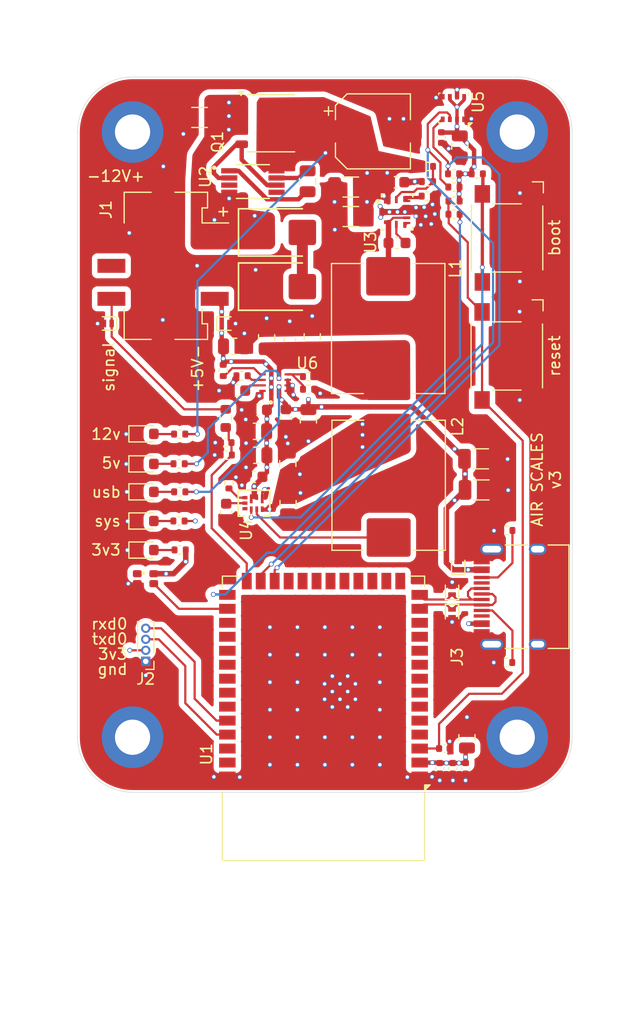
<source format=kicad_pcb>
(kicad_pcb (version 20241229) (generator "pcbnew") (generator_version "9.0")
  (title_block (title "AIR SCALE") (date "2025-11-23") (rev "V3"))
  (layers (0 "F.Cu" signal) (4 "In1.Cu" signal) (6 "In2.Cu" signal) (2 "B.Cu" signal) (13 "F.Paste" user) (15 "B.Paste" user) (5 "F.SilkS" user "F.Silkscreen") (7 "B.SilkS" user "B.Silkscreen") (1 "F.Mask" user) (3 "B.Mask" user) (25 "Edge.Cuts" user))
  (net 0 "")
  (net 1 "GND")
  (net 2 "+12V")
  (net 3 "+5V")
  (net 4 "/PX3_Signal")
  (net 5 "+3.3V")
  (net 6 "/TXD0")
  (net 7 "/RXD0")
  (net 9 "/D+")
  (net 14 "/BOOT")
  (net 16 "/D-")
  (net 22 "/PX3_PRESS")
  (net 25 "/EN")
  (net 28 "/LED")
  (net 34 "/SDA")
  (net 38 "/SCL")
  (net 40 "Net-(J3-CC2)")
  (net 43 "Net-(J3-CC1)")
  (net 44 "Net-(U2-VCAPH)")
  (net 45 "Net-(U2-VCAPL)")
  (net 46 "+12VA")
  (net 47 "Net-(U3-FB)")
  (net 48 "Net-(U3-BOOT)")
  (net 49 "Net-(U4-SS{slash}TR)")
  (net 50 "Net-(D2_1-Pad2)")
  (net 51 "Net-(D4-A)")
  (net 52 "Net-(D5-A)")
  (net 53 "Net-(D7-A)")
  (net 55 "Net-(U4-SW)")
  (net 56 "/GATE")
  (net 57 "/PG")
  (net 58 "Net-(U3-EN)")
  (net 59 "Net-(U4-MODE{slash}S-CONF)")
  (net 60 "Net-(U3-RT)")
  (net 66 "+5VBus")
  (net 67 "+5VMUX")
  (net 68 "Net-(U6-SS)")
  (net 69 "Net-(D1-A)")
  (net 70 "Net-(D6-A)")
  (net 71 "Net-(U6-ILIM)")
  (net 72 "Net-(U6-PR1)")
  (net 73 "Net-(U6-ST)")
  (footprint "Resistor_SMD:R_0402_1005Metric" (layer "F.Cu") (at 63.77 86.880216 90)
    (property "Reference" "R19" (hide yes))
    (property "Value" "61.9K")
  )
  (footprint "Capacitor_SMD:C_0603_1608Metric" (layer "F.Cu") (at 63.52 89.555216 -90)
    (property "Reference" "C17" (hide yes))
    (property "Value" "18nF")
  )
  (footprint "Capacitor_SMD:C_0805_2012Metric" (layer "F.Cu") (at 66.275 84.375 180)
    (property "Reference" "C15" (hide yes))
    (property "Value" "10uF")
  )
  (footprint "Resistor_SMD:R_0402_1005Metric" (layer "F.Cu") (at 63.25 76.665 90)
    (property "Reference" "R22" (hide yes))
    (property "Value" "10K")
  )
  (footprint "LED_SMD:LED_0603_1608Metric" (layer "F.Cu") (at 56.15125 90.35)
    (property "Reference" "D6" (hide yes))
    (property "Value" "LED_Small")
  )
  (footprint "Inductor_SMD:L_Chilisin_BMRF00101040" (layer "F.Cu") (at 78.3 87.1 90)
    (property "Reference" "L2")
    (property "Value" "2.2uH")
  )
  (footprint "MountingHole:MountingHole_3.2mm_M3_DIN965_Pad_TopBottom" (layer "F.Cu") (at 90 110)
    (property "Reference" "H3" (hide yes))
    (property "Value" "MountingHole_Pad")
  )
  (footprint "TPS2121RUXR:IC_TPS2121RUXR" (layer "F.Cu") (at 67.975 77.775 90)
    (property "Reference" "U6")
    (property "Value" "TPS2121RUXR")
  )
  (footprint "Capacitor_SMD:C_0402_1005Metric" (layer "F.Cu") (at 85.3 112.825 -90)
    (property "Reference" "C1" (hide yes))
    (property "Value" "100nF")
  )
  (footprint "Capacitor_SMD:C_0402_1005Metric" (layer "F.Cu") (at 83.37 111.025)
    (property "Reference" "C2" (hide yes))
    (property "Value" "1uF")
  )
  (footprint "Diode_SMD:D_SOD-882" (layer "F.Cu") (at 84.07 96.68 90)
    (property "Reference" "D10" (hide yes))
    (property "Value" "D_TVS_Small")
  )
  (footprint "Capacitor_SMD:C_1206_3216Metric" (layer "F.Cu") (at 74.855 60 180)
    (property "Reference" "C11" (hide yes))
    (property "Value" "4.7uF")
  )
  (footprint "Capacitor_SMD:C_0402_1005Metric" (layer "F.Cu") (at 83.1 55.505 -90)
    (property "Reference" "C23" (hide yes))
    (property "Value" "100nF")
  )
  (footprint "Button_Switch_SMD:SW_SPST_Omron_B3FS-100xP" (layer "F.Cu") (at 89.05 75.35 -90)
    (property "Reference" "SW1" (hide yes))
    (property "Value" "SW_Push")
  )
  (footprint "Button_Switch_SMD:SW_SPST_Omron_B3FS-100xP" (layer "F.Cu") (at 89.075 64.625 -90)
    (property "Reference" "SW2" (hide yes))
    (property "Value" "SW_Push")
  )
  (footprint "PCM_JLCPCB:D_SMB" (layer "F.Cu") (at 68.3 69.05)
    (property "Reference" "D2_2" (hide yes))
    (property "Value" "SMBJ14A")
  )
  (footprint "Capacitor_SMD:C_1206_3216Metric" (layer "F.Cu") (at 86.725 87.525)
    (property "Reference" "C10" (hide yes))
    (property "Value" "22uF")
  )
  (footprint "Inductor_SMD:L_Chilisin_BMRF00101040" (layer "F.Cu") (at 78.26 72.86 -90)
    (property "Reference" "L1")
    (property "Value" "10uH")
  )
  (footprint "RF_Module:ESP32-S3-WROOM-1" (layer "F.Cu") (at 72.375 108.31 180)
    (property "Reference" "U1")
    (property "Value" "ESP32-S3-WROOM-1")
  )
  (footprint "Connector_Molex:Molex_Micro-Fit_3.0_43045-0618_2x03-1MP_P3.00mm_Vertical" (layer "F.Cu") (at 57.775 67.16 -90)
    (property "Reference" "J1")
    (property "Value" "Conn_02x03_Odd_Even")
  )
  (footprint "Capacitor_SMD:C_0805_2012Metric" (layer "F.Cu") (at 69.125 85.125 90)
    (property "Reference" "C8" (hide yes))
    (property "Value" "22uF")
  )
  (footprint "Capacitor_SMD:CP_Elec_6.3x5.7" (layer "F.Cu") (at 76.87 54.94)
    (property "Reference" "C13" (hide yes))
    (property "Value" "47uF")
  )
  (footprint "Capacitor_SMD:C_0805_2012Metric" (layer "F.Cu") (at 69.15 88.75 -90)
    (property "Reference" "C18" (hide yes))
    (property "Value" "22uF")
  )
  (footprint "Resistor_SMD:R_0402_1005Metric" (layer "F.Cu") (at 84.25 62.475)
    (property "Reference" "R7" (hide yes))
    (property "Value" "10K")
  )
  (footprint "Connector_PinHeader_1.00mm:PinHeader_1x04_P1.00mm_Vertical" (layer "F.Cu") (at 56.2 103.1 180)
    (property "Reference" "J2")
    (property "Value" "Conn_01x04")
  )
  (footprint "Resistor_SMD:R_0402_1005Metric" (layer "F.Cu") (at 59.2975 87.7 180)
    (property "Reference" "R11" (hide yes))
    (property "Value" "1K")
  )
  (footprint "Resistor_SMD:R_0402_1005Metric" (layer "F.Cu") (at 59.23625 85.15 180)
    (property "Reference" "R2" (hide yes))
    (property "Value" "1K")
  )
  (footprint "LED_SMD:LED_0603_1608Metric" (layer "F.Cu") (at 56.15125 85.16)
    (property "Reference" "D4" (hide yes))
    (property "Value" "LED_Small")
  )
  (footprint "Capacitor_SMD:C_1206_3216Metric" (layer "F.Cu") (at 61.1 53.675 180)
    (property "Reference" "C19" (hide yes))
    (property "Value" "22uF")
  )
  (footprint "PCM_JLCPCB:LED-SMD_4P-L1.6-W1.5_XL-1615RGBC-WS2812B" (layer "F.Cu") (at 56.17875 95.59)
    (property "Reference" "D9" (hide yes))
    (property "Value" "WS2812B")
  )
  (footprint "Capacitor_SMD:C_0603_1608Metric" (layer "F.Cu") (at 69.3 73.85 90)
    (property "Reference" "C26" (hide yes))
    (property "Value" "100nF")
  )
  (footprint "Resistor_SMD:R_0402_1005Metric" (layer "F.Cu") (at 64.965 77.15 180)
    (property "Reference" "R10" (hide yes))
    (property "Value" "86.6kΩ")
  )
  (footprint "Resistor_SMD:R_0402_1005Metric" (layer "F.Cu") (at 63.525 84.35)
    (property "Reference" "R9" (hide yes))
    (property "Value" "2K")
  )
  (footprint "Capacitor_SMD:C_0805_2012Metric" (layer "F.Cu") (at 66.25 82.2 180)
    (property "Reference" "C30" (hide yes))
    (property "Value" "22uF")
  )
  (footprint "Capacitor_SMD:C_0805_2012Metric" (layer "F.Cu") (at 85.425 110.025 90)
    (property "Reference" "C3" (hide yes))
    (property "Value" "10uF")
  )
  (footprint "Resistor_SMD:R_0402_1005Metric" (layer "F.Cu") (at 59.33125 92.98 180)
    (property "Reference" "R20" (hide yes))
    (property "Value" "220")
  )
  (footprint "Capacitor_SMD:C_0402_1005Metric" (layer "F.Cu") (at 82.95 112.825 -90)
    (property "Reference" "C20" (hide yes))
    (property "Value" "10nF")
  )
  (footprint "Resistor_SMD:R_0402_1005Metric" (layer "F.Cu") (at 89.035 103.21 180)
    (property "Reference" "R4" (hide yes))
    (property "Value" "5.1K")
  )
  (footprint "Capacitor_SMD:C_0603_1608Metric" (layer "F.Cu") (at 78.95 59.56)
    (property "Reference" "C12" (hide yes))
    (property "Value" "100nF")
  )
  (footprint "Capacitor_SMD:C_0805_2012Metric" (layer "F.Cu") (at 71 81.175 -90)
    (property "Reference" "C27" (hide yes))
    (property "Value" "10uF")
  )
  (footprint "Resistor_SMD:R_0402_1005Metric" (layer "F.Cu") (at 71.015 77.225)
    (property "Reference" "R12" (hide yes))
    (property "Value" "10K")
  )
  (footprint "Capacitor_SMD:C_0603_1608Metric" (layer "F.Cu") (at 66.45 80.25 180)
    (property "Reference" "C32" (hide yes))
    (property "Value" "100nF")
  )
  (footprint "Resistor_SMD:R_0402_1005Metric" (layer "F.Cu") (at 84.21 58.8 180)
    (property "Reference" "R6" (hide yes))
    (property "Value" "1k")
  )
  (footprint "Capacitor_SMD:C_0805_2012Metric" (layer "F.Cu") (at 70.925 59.475 -90)
    (property "Reference" "C6" (hide yes))
    (property "Value" "2.2uF")
  )
  (footprint "Resistor_SMD:R_0402_1005Metric" (layer "F.Cu") (at 84.25 61.275 180)
    (property "Reference" "R18" (hide yes))
    (property "Value" "100K")
  )
  (footprint "Capacitor_SMD:C_0805_2012Metric" (layer "F.Cu") (at 84.775 56.3 -90)
    (property "Reference" "C24" (hide yes))
    (property "Value" "10u")
  )
  (footprint "Capacitor_SMD:C_1206_3216Metric" (layer "F.Cu") (at 86.675 84.7)
    (property "Reference" "C22" (hide yes))
    (property "Value" "22uF")
  )
  (footprint "Resistor_SMD:R_0402_1005Metric" (layer "F.Cu") (at 71.015 78.375 180)
    (property "Reference" "R13" (hide yes))
    (property "Value" "4,7K")
  )
  (footprint "LM74610QDGKTQ1:SOP65P490X110-8N" (layer "F.Cu") (at 65.95 59.5)
    (property "Reference" "U2")
    (property "Value" "LM74610QDGKTQ1")
  )
  (footprint "Capacitor_SMD:C_1206_3216Metric" (layer "F.Cu") (at 74.86 62.68 180)
    (property "Reference" "C9" (hide yes))
    (property "Value" "22uF")
  )
  (footprint "MountingHole:MountingHole_3.2mm_M3_DIN965_Pad_TopBottom" (layer "F.Cu") (at 90 55)
    (property "Reference" "H2" (hide yes))
    (property "Value" "MountingHole_Pad")
  )
  (footprint "Resistor_SMD:R_0402_1005Metric" (layer "F.Cu") (at 81.83 58.125)
    (property "Reference" "R15" (hide yes))
    (property "Value" "100K")
  )
  (footprint "Capacitor_SMD:C_0603_1608Metric" (layer "F.Cu") (at 79.06 65.08 180)
    (property "Reference" "C16" (hide yes))
    (property "Value" "100nF")
  )
  (footprint "Diode_SMD:D_SOD-882" (layer "F.Cu") (at 84.63 94.42 90)
    (property "Reference" "D11" (hide yes))
    (property "Value" "D_TVS_Small")
  )
  (footprint "Resistor_SMD:R_0402_1005Metric" (layer "F.Cu") (at 89.055 91.21 180)
    (property "Reference" "R3" (hide yes))
    (property "Value" "5.1K")
  )
  (footprint "Capacitor_SMD:C_0805_2012Metric" (layer "F.Cu") (at 64.225 74.475)
    (property "Reference" "C31" (hide yes))
    (property "Value" "22uF")
  )
  (footprint "Capacitor_SMD:C_0603_1608Metric" (layer "F.Cu") (at 64.475 78.5 180)
    (property "Reference" "C29" (hide yes))
    (property "Value" "100nF")
  )
  (footprint "Resistor_SMD:R_0402_1005Metric" (layer "F.Cu") (at 59.28625 82.45 180)
    (property "Reference" "R5" (hide yes))
    (property "Value" "4.7K")
  )
  (footprint "TPS62901:QFN_902RPJR_TEX" (layer "F.Cu") (at 66.049874 88.728908 -90)
    (property "Reference" "U4")
    (property "Value" "TPS62901RPJR")
  )
  (footprint "Package_TO_SOT_SMD:LFPAK56" (layer "F.Cu") (at 67.6 54.2)
    (property "Reference" "Q1")
    (property "Value" "PSMN5R2-60YL")
  )
  (footprint "Diode_SMD:D_SOD-882" (layer "F.Cu") (at 84.07 98.74 -90)
    (property "Reference" "D3" (hide yes))
    (property "Value" "D_TVS_Small")
  )
  (footprint "Capacitor_SMD:C_0805_2012Metric" (layer "F.Cu") (at 67.2 73.675 90)
    (property "Reference" "C25" (hide yes))
    (property "Value" "10uF")
  )
  (footprint "LED_SMD:LED_0603_1608Metric" (layer "F.Cu") (at 56.15125 82.43)
    (property "Reference" "D5" (hide yes))
    (property "Value" "LED_Small")
  )
  (footprint "Capacitor_SMD:C_0603_1608Metric" (layer "F.Cu") (at 68.95 80.975 -90)
    (property "Reference" "C28" (hide yes))
    (property "Value" "100nF")
  )
  (footprint "Capacitor_SMD:C_0402_1005Metric" (layer "F.Cu") (at 84.125 112.825 -90)
    (property "Reference" "C21" (hide yes))
    (property "Value" "100nF")
  )
  (footprint "MountingHole:MountingHole_3.2mm_M3_DIN965_Pad_TopBottom" (layer "F.Cu") (at 55 110)
    (property "Reference" "H4" (hide yes))
    (property "Value" "MountingHole_Pad")
  )
  (footprint "Diode_SMD:D_SOD-882" (layer "F.Cu") (at 52.75 72.4 180)
    (property "Reference" "D8" (hide yes))
    (property "Value" "D_TVS_Small")
  )
  (footprint "Capacitor_SMD:C_0402_1005Metric" (layer "F.Cu") (at 63.52 83.225 180)
    (property "Reference" "C5" (hide yes))
    (property "Value" "100nF")
  )
  (footprint "Capacitor_SMD:C_0603_1608Metric" (layer "F.Cu") (at 66.045 86.335216 180)
    (property "Reference" "C14" (hide yes))
    (property "Value" "100nF")
  )
  (footprint "Diode_SMD:D_SOD-882" (layer "F.Cu") (at 63.46 72.41)
    (property "Reference" "D2" (hide yes))
    (property "Value" "D_TVS_Small")
  )
  (footprint "Package_LGA:Bosch_LGA-8_2.5x2.5mm_P0.65mm_ClockwisePinNumbering" (layer "F.Cu") (at 84.195 52.82 180)
    (property "Reference" "U5")
    (property "Value" "BME280")
  )
  (footprint "Resistor_SMD:R_0402_1005Metric" (layer "F.Cu") (at 86.365 58.8)
    (property "Reference" "R1" (hide yes))
    (property "Value" "100K")
  )
  (footprint "Resistor_SMD:R_0402_1005Metric" (layer "F.Cu") (at 81.83 59.505 180)
    (property "Reference" "R16" (hide yes))
    (property "Value" "16K")
  )
  (footprint "Resistor_SMD:R_0402_1005Metric" (layer "F.Cu") (at 84.24 60 180)
    (property "Reference" "R17" (hide yes))
    (property "Value" "1k")
  )
  (footprint "PCM_JLCPCB:D_SMB" (layer "F.Cu") (at 68.3 64.125)
    (property "Reference" "D2_1" (hide yes))
    (property "Value" "SMBJ28A")
  )
  (footprint "Resistor_SMD:R_0402_1005Metric" (layer "F.Cu") (at 81.815 60.825)
    (property "Reference" "R14" (hide yes))
    (property "Value" "86.6kΩ")
  )
  (footprint "LED_SMD:LED_0603_1608Metric" (layer "F.Cu") (at 56.15125 87.7)
    (property "Reference" "D1" (hide yes))
    (property "Value" "LED_Small")
  )
  (footprint "Connector_USB:USB_C_Receptacle_HRO_TYPE-C-31-M-12" (layer "F.Cu") (at 90.81 97.23 90)
    (property "Reference" "J3")
    (property "Value" "USB_C_Receptacle_USB2.0_16P")
  )
  (footprint "Resistor_SMD:R_0402_1005Metric" (layer "F.Cu") (at 59.225 90.35 180)
    (property "Reference" "R21" (hide yes))
    (property "Value" "1K")
  )
  (footprint "LMR60420:RAK0009A-MFG" (layer "F.Cu") (at 79.075001 62.264999)
    (property "Reference" "U3")
    (property "Value" "LMR604205SRAKRQ1")
  )
  (footprint "Resistor_SMD:R_0603_1608Metric" (layer "F.Cu") (at 63.475 81.025 90)
    (property "Reference" "R8" (hide yes))
    (property "Value" "1K")
  )
  (footprint "MountingHole:MountingHole_3.2mm_M3_DIN965_Pad_TopBottom" (layer "F.Cu") (at 55 55)
    (property "Reference" "H1" (hide yes))
    (property "Value" "MountingHole_Pad")
  )
  (footprint "LED_SMD:LED_0603_1608Metric" (layer "F.Cu") (at 56.15125 92.99)
    (property "Reference" "D7" (hide yes))
    (property "Value" "LED_Small")
  )
  (footprint "Capacitor_SMD:C_0805_2012Metric" (layer "F.Cu") (at 71.35 73.6 90)
    (property "Reference" "C7" (hide yes))
    (property "Value" "22uF")
  )
  (gr_arc (start 90 50) (mid 93.535534 51.464466) (end 95 55) (stroke (width 0.05)) (layer "Edge.Cuts"))
  (gr_arc (start 95 110) (mid 93.535534 113.535534) (end 90 115) (stroke (width 0.05)) (layer "Edge.Cuts"))
  (gr_line (start 95 55) (end 95 110) (stroke (width 0.05)) (layer "Edge.Cuts"))
  (gr_line (start 90 115) (end 55 115) (stroke (width 0.05)) (layer "Edge.Cuts"))
  (gr_arc (start 55 115) (mid 51.464466 113.535534) (end 50 110) (stroke (width 0.05)) (layer "Edge.Cuts"))
  (gr_line (start 55 50) (end 90 50) (stroke (width 0.05)) (layer "Edge.Cuts"))
  (gr_line (start 50 110) (end 50 55) (stroke (width 0.05)) (layer "Edge.Cuts"))
  (gr_arc (start 50 55) (mid 51.464466 51.464466) (end 55 50) (stroke (width 0.05)) (layer "Edge.Cuts"))
  (gr_text "reset" (at 93.98 75.35 90) (layer "F.SilkS") (effects (font (size 1 1)) (justify bottom)))
  (gr_text "v3" (at 94.05 86.6 90) (layer "F.SilkS") (effects (font (size 1 1)) (justify bottom)))
  (gr_text "sys" (at 51.438095 90.93125 0) (layer "F.SilkS") (effects (font (size 1 1)) (justify left bottom)))
  (gr_text "rxd0" (at 51.150952 100.283333 0) (layer "F.SilkS") (effects (font (size 1 1)) (justify left bottom)))
  (gr_text "-12V+" (at 50.76 59.59 0) (layer "F.SilkS") (effects (font (size 1 1)) (justify left bottom)))
  (gr_text "txd0" (at 51.198571 101.656666 0) (layer "F.SilkS") (effects (font (size 1 1)) (justify left bottom)))
  (gr_text "3v3" (at 51.77 103.03 0) (layer "F.SilkS") (effects (font (size 1 1)) (justify left bottom)))
  (gr_text "boot" (at 93.98 64.625 90) (layer "F.SilkS") (effects (font (size 1 1)) (justify bottom)))
  (gr_text "gnd" (at 51.722381 104.403333 0) (layer "F.SilkS") (effects (font (size 1 1)) (justify left bottom)))
  (gr_text "+5V-" (at 61.5 78.725 90) (layer "F.SilkS") (effects (font (size 1 1)) (justify left bottom)))
  (gr_text "5v" (at 52.104762 85.66875 0) (layer "F.SilkS") (effects (font (size 1 1)) (justify left bottom)))
  (gr_text "12v" (at 51.152381 83.0375 0) (layer "F.SilkS") (effects (font (size 1 1)) (justify left bottom)))
  (gr_text "AIR SCALES" (at 92.4 86.575 90) (layer "F.SilkS") (effects (font (size 1 1)) (justify bottom)))
  (gr_text "+" (at 62.535 62.75 0) (layer "F.SilkS") (effects (font (size 1 1)) (justify left bottom)))
  (gr_text "3v3" (at 51.152381 93.5625 0) (layer "F.SilkS") (effects (font (size 1 1)) (justify left bottom)))
  (gr_text "signal" (at 53.43 78.7 90) (layer "F.SilkS") (effects (font (size 1 1)) (justify left bottom)))
  (gr_text "usb" (at 51.2 88.3 0) (layer "F.SilkS") (effects (font (size 1 1)) (justify left bottom)))
  (segment (start 69.125 77.525) (end 69.125 78.025) (width 0.3) (layer "F.Cu") (net 1))
  (segment (start 90.65 108.85) (end 89.55 109.95) (width 0.3) (layer "F.Cu") (net 1))
  (segment (start 68.95 72.725) (end 69.3 73.075) (width 0.4) (layer "F.Cu") (net 1))
  (segment (start 71.35 72.65) (end 69.725 72.65) (width 0.4) (layer "F.Cu") (net 1))
  (segment (start 79.5054 61.86) (end 79.100401 62.264999) (width 0.2) (layer "F.Cu") (net 1))
  (segment (start 81.32 59.505) (end 80.68 59.505) (width 0.5) (layer "F.Cu") (net 1))
  (segment (start 64.405 86.370216) (end 63.77 86.370216) (width 0.4) (layer "F.Cu") (net 1))
  (segment (start 65.45 74.475) (end 67.2 72.725) (width 0.4) (layer "F.Cu") (net 1))
  (segment (start 86.7775 94.03) (end 86.7775 93.58) (width 0.5) (layer "F.Cu") (net 1))
  (segment (start 65.3 81.125) (end 65.3 80.625) (width 0.3) (layer "F.Cu") (net 1))
  (segment (start 78.375 62.264999) (end 78.060001 62.264999) (width 0.2) (layer "F.Cu") (net 1))
  (segment (start 63.81 72.41) (end 63.81 73.11) (width 0.4) (layer "F.Cu") (net 1))
  (segment (start 66.8 88.335216) (end 66.8 87.7) (width 0.2) (layer "F.Cu") (net 1))
  (segment (start 64.455 77.47) (end 64.455 77.15) (width 0.2) (layer "F.Cu") (net 1))
  (segment (start 65.27 86.78) (end 64.95 87.1) (width 0.4) (layer "F.Cu") (net 1))
  (segment (start 63.7 78.5) (end 62.875 78.5) (width 0.3) (layer "F.Cu") (net 1))
  (segment (start 65.3 82.2) (end 65.3 81.125) (width 0.3) (layer "F.Cu") (net 1))
  (segment (start 80.79 61.86) (end 79.5054 61.86) (width 0.2) (layer "F.Cu") (net 1))
  (segment (start 79.950001 61.739999) (end 79.625401 61.739999) (width 0.2) (layer "F.Cu") (net 1))
  (segment (start 78.039999 62.264999) (end 77.525 61.75) (width 0.2) (layer "F.Cu") (net 1))
  (segment (start 69.275 78.525) (end 69.625 78.875) (width 0.3) (layer "F.Cu") (net 1))
  (segment (start 83.85 111.025) (end 83.85 110.375) (width 0.3) (layer "F.Cu") (net 1))
  (segment (start 69.725 72.65) (end 69.3 73.075) (width 0.4) (layer "F.Cu") (net 1))
  (segment (start 79.625401 61.739999) (end 79.100401 62.264999) (width 0.2) (layer "F.Cu") (net 1))
  (segment (start 84.075 99.53) (end 84.075 99.09) (width 0.2) (layer "F.Cu") (net 1))
  (segment (start 69.125 84.175) (end 69.125 83.3) (width 0.4) (layer "F.Cu") (net 1))
  (segment (start 63.81 73.11) (end 65.175 74.475) (width 0.4) (layer "F.Cu") (net 1))
  (segment (start 54.61 96.04) (end 55.42875 96.04) (width 0.2) (layer "F.Cu") (net 1))
  (segment (start 82.29 61.58) (end 82.325 61.545) (width 0.5) (layer "F.Cu") (net 1))
  (segment (start 91.655 101.5625) (end 91.6575 101.56) (width 0.3) (layer "F.Cu") (net 1))
  (segment (start 71.7 78.375) (end 72.075 78.75) (width 0.4) (layer "F.Cu") (net 1))
  (segment (start 69.125 78.025) (end 69.55 78.025) (width 0.3) (layer "F.Cu") (net 1))
  (segment (start 86.7775 93.58) (end 87.4575 92.9) (width 0.5) (layer "F.Cu") (net 1))
  (segment (start 69.125 78.025) (end 69.125 78.525) (width 0.3) (layer "F.Cu") (net 1))
  (segment (start 64.1625 77.7625) (end 64.455 77.47) (width 0.2) (layer "F.Cu") (net 1))
  (segment (start 87.865 103.21) (end 88.525 103.21) (width 0.2) (layer "F.Cu") (net 1))
  (segment (start 71 82.125) (end 71 83.1) (width 0.4) (layer "F.Cu") (net 1))
  (segment (start 79.775002 62.264999) (end 80.864999 62.264999) (width 0.5) (layer "F.Cu") (net 1))
  (segment (start 71.525 78.375) (end 71.7 78.375) (width 0.4) (layer "F.Cu") (net 1))
  (segment (start 84.52 51.155) (end 84.525 51.15) (width 0.4) (layer "F.Cu") (net 1))
  (segment (start 56.2 103.1) (end 56.2 104.375) (width 0.2) (layer "F.Cu") (net 1))
  (segment (start 66.8 87.7) (end 67.025 87.475) (width 0.2) (layer "F.Cu") (net 1))
  (segment (start 86.7775 100.43) (end 86.7775 100.88) (width 0.5) (layer "F.Cu") (net 1))
  (segment (start 65.27 86.335216) (end 65.27 86.78) (width 0.4) (layer "F.Cu") (net 1))
  (segment (start 68.95 81.75) (end 68.95 82.7) (width 0.4) (layer "F.Cu") (net 1))
  (segment (start 67.2 72.725) (end 67.2 71.925) (width 0.4) (layer "F.Cu") (net 1))
  (segment (start 65.175 74.475) (end 65.45 74.475) (width 0.4) (layer "F.Cu") (net 1))
  (segment (start 80.669999 61.739999) (end 80.79 61.86) (width 0.2) (layer "F.Cu") (net 1))
  (segment (start 69.125 78.525) (end 69.275 78.525) (width 0.3) (layer "F.Cu") (net 1))
  (segment (start 79.950001 61.739999) (end 80.669999 61.739999) (width 0.2) (layer "F.Cu") (net 1))
  (segment (start 79.725 59.56) (end 80.615 59.56) (width 0.5) (layer "F.Cu") (net 1))
  (segment (start 66.5375 78.9875) (end 66.825 78.7) (width 0.2) (layer "F.Cu") (net 1))
  (segment (start 85.815 53.79) (end 85.825 53.8) (width 0.3) (layer "F.Cu") (net 1))
  (segment (start 84.52 51.85) (end 84.52 51.155) (width 0.4) (layer "F.Cu") (net 1))
  (segment (start 78.060001 62.264999) (end 77.575 62.75) (width 0.2) (layer "F.Cu") (net 1))
  (segment (start 80.615 59.56) (end 80.675 59.5) (width 0.5) (layer "F.Cu") (net 1))
  (segment (start 65.3 80.625) (end 65.675 80.25) (width 0.3) (layer "F.Cu") (net 1))
  (segment (start 69.3 73.075) (end 69.3 72.2) (width 0.4) (layer "F.Cu") (net 1))
  (segment (start 65.175 74.475) (end 65.175 73.3) (width 0.4) (layer "F.Cu") (net 1))
  (segment (start 80.864999 62.264999) (end 80.87 62.27) (width 0.5) (layer "F.Cu") (net 1))
  (segment (start 86.7775 100.88) (end 87.4575 101.56) (width 0.5) (layer "F.Cu") (net 1))
  (segment (start 66.825 78.7) (end 66.825 78.525) (width 0.2) (layer "F.Cu") (net 1))
  (segment (start 80.68 59.505) (end 80.675 59.5) (width 0.5) (layer "F.Cu") (net 1))
  (segment (start 71.35 72.65) (end 71.35 71.725) (width 0.4) (layer "F.Cu") (net 1))
  (segment (start 67.2 72.725) (end 68.95 72.725) (width 0.4) (layer "F.Cu") (net 1))
  (segment (start 82.325 61.545) (end 82.325 60.825) (width 0.5) (layer "F.Cu") (net 1))
  (segment (start 64.37 72.41) (end 63.81 72.41) (width 0.4) (layer "F.Cu") (net 1))
  (segment (start 78.375 62.264999) (end 78.039999 62.264999) (width 0.2) (layer "F.Cu") (net 1))
  (segment (start 85.17 53.79) (end 85.815 53.79) (width 0.3) (layer "F.Cu") (net 1))
  (segment (start 65.675 80.25) (end 64.925 80.25) (width 0.3) (layer "F.Cu") (net 1))
  (segment (start 59.625 53.675) (end 59.625 55.175) (width 0.5) (layer "F.Cu") (net 1))
  (via (at 64.1625 77.7625) (size 0.45) (drill 0.3) (layers "F.Cu" "B.Cu") (net 1))
  (via (at 90.23 79.36) (size 0.45) (drill 0.3) (layers "F.Cu" "B.Cu") (net 1))
  (via (at 77.5 100) (size 0.45) (drill 0.3) (layers "F.Cu" "B.Cu") (net 1))
  (via (at 75 102.5) (size 0.45) (drill 0.3) (layers "F.Cu" "B.Cu") (net 1))
  (via (at 77.5 102.5) (size 0.45) (drill 0.3) (layers "F.Cu" "B.Cu") (net 1))
  (via (at 80.79 62.65) (size 0.45) (drill 0.3) (layers "F.Cu" "B.Cu") (net 1))
  (via (at 67.5 110) (size 0.45) (drill 0.3) (layers "F.Cu" "B.Cu") (net 1))
  (via (at 71 83.1) (size 0.45) (drill 0.3) (layers "F.Cu" "B.Cu") (net 1))
  (via (at 67.5 105) (size 0.45) (drill 0.3) (layers "F.Cu" "B.Cu") (net 1))
  (via (at 65.3 81.125) (size 0.45) (drill 0.3) (layers "F.Cu" "B.Cu") (net 1))
  (via (at 54.61 96.04) (size 0.45) (drill 0.3) (layers "F.Cu" "B.Cu") (net 1))
  (via (at 89.125 84.725) (size 0.45) (drill 0.3) (layers "F.Cu" "B.Cu") (net 1))
  (via (at 70 107.5) (size 0.45) (drill 0.3) (layers "F.Cu" "B.Cu") (net 1))
  (via (at 79.65 53.8) (size 0.45) (drill 0.3) (layers "F.Cu" "B.Cu") (net 1))
  (via (at 69.625 78.875) (size 0.45) (drill 0.3) (layers "F.Cu" "B.Cu") (net 1))
  (via (at 72.5 110) (size 0.45) (drill 0.3) (layers "F.Cu" "B.Cu") (net 1))
  (via (at 64.405 86.370216) (size 0.45) (drill 0.3) (layers "F.Cu" "B.Cu") (net 1))
  (via (at 77.5 112.5) (size 0.45) (drill 0.3) (layers "F.Cu" "B.Cu") (net 1))
  (via (at 77.5 105) (size 0.45) (drill 0.3) (layers "F.Cu" "B.Cu") (net 1))
  (via (at 84.15 113.925) (size 0.45) (drill 0.3) (layers "F.Cu" "B.Cu") (net 1))
  (via (at 89.175 87.55) (size 0.45) (drill 0.3) (layers "F.Cu" "B.Cu") (net 1))
  (via (at 62.875 78.5) (size 0.45) (drill 0.3) (layers "F.Cu" "B.Cu") (net 1))
  (via (at 83.85 110.375) (size 0.45) (drill 0.3) (layers "F.Cu" "B.Cu") (net 1))
  (via (at 80.79 61.86) (size 0.45) (drill 0.3) (layers "F.Cu" "B.Cu") (net 1))
  (via (at 60.875 67.15) (size 0.45) (drill 0.3) (layers "F.Cu" "B.Cu") (net 1))
  (via (at 64.95 87.1) (size 0.45) (drill 0.3) (layers "F.Cu" "B.Cu") (net 1))
  (via (at 70 112.5) (size 0.45) (drill 0.3) (layers "F.Cu" "B.Cu") (net 1))
  (via (at 67.5 102.5) (size 0.45) (drill 0.3) (layers "F.Cu" "B.Cu") (net 1))
  (via (at 70 102.5) (size 0.45) (drill 0.3) (layers "F.Cu" "B.Cu") (net 1))
  (via (at 51.82 72.41) (size 0.45) (drill 0.3) (layers "F.Cu" "B.Cu") (net 1))
  (via (at 70 110) (size 0.45) (drill 0.3) (layers "F.Cu" "B.Cu") (net 1))
  (via (at 72.075 78.75) (size 0.45) (drill 0.3) (layers "F.Cu" "B.Cu") (net 1))
  (via (at 67.5 107.5) (size 0.45) (drill 0.3) (layers "F.Cu" "B.Cu") (net 1))
  (via (at 54.425 82.45) (size 0.45) (drill 0.3) (layers "F.Cu" "B.Cu") (net 1))
  (via (at 70 100) (size 0.45) (drill 0.3) (layers "F.Cu" "B.Cu") (net 1))
  (via (at 62.4 113.6) (size 0.45) (drill 0.3) (layers "F.Cu" "B.Cu") (net 1))
  (via (at 75 110) (size 0.45) (drill 0.3) (layers "F.Cu" "B.Cu") (net 1))
  (via (at 77.5 107.5) (size 0.45) (drill 0.3) (layers "F.Cu" "B.Cu") (net 1))
  (via (at 69.55 78.025) (size 0.45) (drill 0.3) (layers "F.Cu" "B.Cu") (net 1))
  (via (at 82.29 61.58) (size 0.45) (drill 0.3) (layers "F.Cu" "B.Cu") (net 1))
  (via (at 67.5 100) (size 0.45) (drill 0.3) (layers "F.Cu" "B.Cu") (net 1))
  (via (at 64.37 72.41) (size 0.45) (drill 0.3) (layers "F.Cu" "B.Cu") (net 1))
  (via (at 65.175 73.3) (size 0.45) (drill 0.3) (layers "F.Cu" "B.Cu") (net 1))
  (via (at 65.325 83.275) (size 0.45) (drill 0.3) (layers "F.Cu" "B.Cu") (net 1))
  (via (at 75 100) (size 0.45) (drill 0.3) (layers "F.Cu" "B.Cu") (net 1))
  (via (at 57.8 58.125) (size 0.45) (drill 0.3) (layers "F.Cu" "B.Cu") (net 1))
  (via (at 68.95 82.7) (size 0.45) (drill 0.3) (layers "F.Cu" "B.Cu") (net 1))
  (via (at 87.865 103.21) (size 0.45) (drill 0.3) (layers "F.Cu" "B.Cu") (net 1))
  (via (at 90.25 60.55) (size 0.45) (drill 0.3) (layers "F.Cu" "B.Cu") (net 1))
  (via (at 71.35 71.725) (size 0.45) (drill 0.3) (layers "F.Cu" "B.Cu") (net 1))
  (via (at 85.825 53.8) (size 0.45) (drill 0.3) (layers "F.Cu" "B.Cu") (net 1))
  (via (at 66.5375 78.9875) (size 0.45) (drill 0.3) (layers "F.Cu" "B.Cu") (net 1))
  (via (at 66.2 67.525) (size 0.45) (drill 0.3) (layers "F.Cu" "B.Cu") (net 1))
  (via (at 54.43 85.17) (size 0.45) (drill 0.3) (layers "F.Cu" "B.Cu") (net 1))
  (via (at 62.525 83.225) (size 0.45) (drill 0.3) (layers "F.Cu" "B.Cu") (net 1))
  (via (at 54.475 87.7) (size 0.45) (drill 0.3) (layers "F.Cu" "B.Cu") (net 1))
  (via (at 77.525 61.75) (size 0.45) (drill 0.3) (layers "F.Cu" "B.Cu") (net 1))
  (via (at 73.375 61.35) (size 0.45) (drill 0.3) (layers "F.Cu" "B.Cu") (net 1))
  (via (at 59.625 55.175) (size 0.45) (drill 0.3) (layers "F.Cu" "B.Cu") (net 1))
  (via (at 54.525 93) (size 0.45) (drill 0.3) (layers "F.Cu" "B.Cu") (net 1))
  (via (at 67.2 71.925) (size 0.45) (drill 0.3) (layers "F.Cu" "B.Cu") (net 1))
  (via (at 72.5 112.5) (size 0.45) (drill 0.3) (layers "F.Cu" "B.Cu") (net 1))
  (via (at 83.76 56.51) (size 0.45) (drill 0.3) (layers "F.Cu" "B.Cu") (net 1))
  (via (at 90.22 71.325) (size 0.45) (drill 0.3) (layers "F.Cu" "B.Cu") (net 1))
  (via (at 70 105) (size 0.45) (drill 0.3) (layers "F.Cu" "B.Cu") (net 1))
  (via (at 54.55 90.375) (size 0.45) (drill 0.3) (layers "F.Cu" "B.Cu") (net 1))
  (via (at 62.475 84.35) (size 0.45) (drill 0.3) (layers "F.Cu" "B.Cu") (net 1))
  (via (at 67.5 112.5) (size 0.45) (drill 0.3) (layers "F.Cu" "B.Cu") (net 1))
  (via (at 77.575 62.75) (size 0.45) (drill 0.3) (layers "F.Cu" "B.Cu") (net 1))
  (via (at 72.5 102.5) (size 0.45) (drill 0.3) (layers "F.Cu" "B.Cu") (net 1))
  (via (at 82.18 63.36) (size 0.45) (drill 0.3) (layers "F.Cu" "B.Cu") (net 1))
  (via (at 84.085 95.905) (size 0.45) (drill 0.3) (layers "F.Cu" "B.Cu") (net 1))
  (via (at 75 112.5) (size 0.45) (drill 0.3) (layers "F.Cu" "B.Cu") (net 1))
  (via (at 80 113.625) (size 0.45) (drill 0.3) (layers "F.Cu" "B.Cu") (net 1))
  (via (at 84.525 51.15) (size 0.45) (drill 0.3) (layers "F.Cu" "B.Cu") (net 1))
  (via (at 84.075 99.53) (size 0.45) (drill 0.3) (layers "F.Cu" "B.Cu") (net 1))
  (via (at 87.885 91.23) (size 0.45) (drill 0.3) (layers "F.Cu" "B.Cu") (net 1))
  (via (at 82.95 113.925) (size 0.45) (drill 0.3) (layers "F.Cu" "B.Cu") (net 1))
  (via (at 73.4 63.875) (size 0.45) (drill 0.3) (layers "F.Cu" "B.Cu") (net 1))
  (via (at 78.375 53.8) (size 0.45) (drill 0.3) (layers "F.Cu" "B.Cu") (net 1))
  (via (at 56.2 104.375) (size 0.45) (drill 0.3) (layers "F.Cu" "B.Cu") (net 1))
  (via (at 82.62 51.87) (size 0.45) (drill 0.3) (layers "F.Cu" "B.Cu") (net 1))
  (via (at 85.3 113.925) (size 0.45) (drill 0.3) (layers "F.Cu" "B.Cu") (net 1))
  (via (at 85.425 108.175) (size 0.45) (drill 0.3) (layers "F.Cu" "B.Cu") (net 1))
  (via (at 72.5 100) (size 0.45) (drill 0.3) (layers "F.Cu" "B.Cu") (net 1))
  (via (at 81.53 61.83) (size 0.45) (drill 0.3) (layers "F.Cu" "B.Cu") (net 1))
  (via (at 80.675 59.5) (size 0.45) (drill 0.3) (layers "F.Cu" "B.Cu") (net 1))
  (via (at 69.125 83.3) (size 0.45) (drill 0.3) (layers "F.Cu" "B.Cu") (net 1))
  (via (at 67.025 87.475) (size 0.45) (drill 0.3) (layers "F.Cu" "B.Cu") (net 1))
  (via (at 54.7 64.175) (size 0.45) (drill 0.3) (layers "F.Cu" "B.Cu") (net 1))
  (via (at 82.25 113.6) (size 0.45) (drill 0.3) (layers "F.Cu" "B.Cu") (net 1))
  (via (at 82.5 62.45) (size 0.45) (drill 0.3) (layers "F.Cu" "B.Cu") (net 1))
  (via (at 65.325 85.475) (size 0.45) (drill 0.3) (layers "F.Cu" "B.Cu") (net 1))
  (via (at 69.3 72.2) (size 0.45) (drill 0.3) (layers "F.Cu" "B.Cu") (net 1))
  (via (at 57.75 72.075) (size 0.45) (drill 0.3) (layers "F.Cu" "B.Cu") (net 1))
  (via (at 81.67 62.66) (size 0.45) (drill 0.3) (layers "F.Cu" "B.Cu") (net 1))
  (via (at 64.75 113.625) (size 0.45) (drill 0.3) (layers "F.Cu" "B.Cu") (net 1))
  (via (at 64.925 80.25) (size 0.45) (drill 0.3) (layers "F.Cu" "B.Cu") (net 1))
  (via (at 90.24 68.58) (size 0.45) (drill 0.3) (layers "F.Cu" "B.Cu") (net 1))
  (via (at 81.23 63.44) (size 0.45) (drill 0.3) (layers "F.Cu" "B.Cu") (net 1))
  (via (at 77.5 110) (size 0.45) (drill 0.3) (layers "F.Cu" "B.Cu") (net 1))
  (segment (start 66.115 64.16) (end 66.15 64.125) (width 1) (layer "F.Cu") (net 2))
  (via (at 66.11 62.61) (size 0.45) (drill 0.3) (layers "F.Cu" "B.Cu") (net 2))
  (via (at 63.77 52.32) (size 0.45) (drill 0.3) (layers "F.Cu" "B.Cu") (net 2))
  (via (at 63.76 54.79) (size 0.45) (drill 0.3) (layers "F.Cu" "B.Cu") (net 2))
  (via (at 63.79 61.04) (size 0.45) (drill 0.3) (layers "F.Cu" "B.Cu") (net 2))
  (via (at 62.45 62.99) (size 0.45) (drill 0.3) (layers "F.Cu" "B.Cu") (net 2))
  (via (at 63.77 53.55) (size 0.45) (drill 0.3) (layers "F.Cu" "B.Cu") (net 2))
  (segment (start 68.325 75.75) (end 67.2 74.625) (width 0.4) (layer "F.Cu") (net 3))
  (segment (start 68.325 77.1) (end 68.325 75.75) (width 0.4) (layer "F.Cu") (net 3))
  (segment (start 59.74625 85.15) (end 60.825 85.15) (width 0.2) (layer "F.Cu") (net 3))
  (segment (start 71.275 74.625) (end 71.35 74.55) (width 1) (layer "F.Cu") (net 3))
  (via (at 60.825 85.15) (size 0.45) (drill 0.3) (layers "F.Cu" "B.Cu") (net 3))
  (segment (start 68.025 76.7) (end 68.325 77) (width 0.2) (layer "B.Cu") (net 3))
  (segment (start 67.15 76.7) (end 68.025 76.7) (width 0.2) (layer "B.Cu") (net 3))
  (segment (start 61.85 82) (end 67.15 76.7) (width 0.2) (layer "B.Cu") (net 3))
  (segment (start 61.85 84.125) (end 61.85 82) (width 0.2) (layer "B.Cu") (net 3))
  (segment (start 68.325 77) (end 68.325 77.375) (width 0.2) (layer "B.Cu") (net 3))
  (segment (start 60.825 85.15) (end 61.85 84.125) (width 0.2) (layer "B.Cu") (net 3))
  (segment (start 53.1 72.4) (end 53.1 70.185) (width 0.2) (layer "F.Cu") (net 4))
  (segment (start 53.1 72.4) (end 53.1 73.6) (width 0.2) (layer "F.Cu") (net 4))
  (segment (start 53.1 70.185) (end 53.075 70.16) (width 0.2) (layer "F.Cu") (net 4))
  (segment (start 59.7 80.2) (end 63.475 80.2) (width 0.2) (layer "F.Cu") (net 4))
  (segment (start 53.1 73.6) (end 59.7 80.2) (width 0.2) (layer "F.Cu") (net 4))
  (segment (start 82.95 112.345) (end 83.55 112.345) (width 0.4) (layer "F.Cu") (net 5))
  (segment (start 84.775 55.35) (end 85.425 56) (width 0.4) (layer "F.Cu") (net 5))
  (segment (start 59.84125 92.98) (end 59.84125 94.0275) (width 0.5) (layer "F.Cu") (net 5))
  (segment (start 85.275 58.8) (end 84.72 58.8) (width 0.4) (layer "F.Cu") (net 5))
  (segment (start 85.855 58.8) (end 85.275 58.8) (width 0.4) (layer "F.Cu") (net 5))
  (segment (start 58.72875 95.14) (end 59.82875 94.04) (width 0.5) (layer "F.Cu") (net 5))
  (segment (start 84.71 61.225) (end 84.76 61.275) (width 0.4) (layer "F.Cu") (net 5))
  (segment (start 85.85 58.795) (end 85.855 58.8) (width 0.4) (layer "F.Cu") (net 5))
  (segment (start 85.17 51.795) (end 85.17 52.075) (width 0.3) (layer "F.Cu") (net 5))
  (segment (start 56.92875 95.14) (end 58.05375 95.14) (width 0.5) (layer "F.Cu") (net 5))
  (segment (start 85.3 111.1) (end 85.425 110.975) (width 0.4) (layer "F.Cu") (net 5))
  (segment (start 84.72 59.375) (end 84.72 59.94) (width 0.4) (layer "F.Cu") (net 5))
  (segment (start 84.71 60.625) (end 84.71 61.225) (width 0.4) (layer "F.Cu") (net 5))
  (segment (start 83.55 112.345) (end 84.125 112.345) (width 0.4) (layer "F.Cu") (net 5))
  (segment (start 86.075 56.65) (end 85.425 56) (width 0.4) (layer "F.Cu") (net 5))
  (segment (start 83.125 55.05) (end 83.1 55.025) (width 0.4) (layer "F.Cu") (net 5))
  (segment (start 82.275 112.305) (end 82.91 112.305) (width 0.4) (layer "F.Cu") (net 5))
  (segment (start 82.91 112.305) (end 82.95 112.345) (width 0.4) (layer "F.Cu") (net 5))
  (segment (start 85.3 111.8) (end 85.3 111.1) (width 0.4) (layer "F.Cu") (net 5))
  (segment (start 83.87 52.075) (end 84.52 52.725) (width 0.3) (layer "F.Cu") (net 5))
  (segment (start 84.52 53.845) (end 84.52 54.5) (width 0.3) (layer "F.Cu") (net 5))
  (segment (start 84.52 52.725) (end 84.52 53.79) (width 0.3) (layer "F.Cu") (net 5))
  (segment (start 84.72 58.8) (end 84.72 59.375) (width 0.4) (layer "F.Cu") (net 5))
  (segment (start 58.05375 95.14) (end 58.72875 95.14) (width 0.5) (layer "F.Cu") (net 5))
  (segment (start 84.52 55.095) (end 84.775 55.35) (width 0.4) (layer "F.Cu") (net 5))
  (segment (start 84.125 112.345) (end 84.7 112.345) (width 0.4) (layer "F.Cu") (net 5))
  (segment (start 84.52 54.5) (end 84.52 55.095) (width 0.4) (layer "F.Cu") (net 5))
  (segment (start 86.075 58.15) (end 85.85 58.375) (width 0.4) (layer "F.Cu") (net 5))
  (segment (start 84.775 55.35) (end 84.475 55.05) (width 0.4) (layer "F.Cu") (net 5))
  (segment (start 83.87 51.795) (end 83.87 52.075) (width 0.3) (layer "F.Cu") (net 5))
  (segment (start 67.45 89.275) (end 67.675 89.275) (width 0.4) (layer "F.Cu") (net 5))
  (segment (start 56.2 102.1) (end 54.75 102.1) (width 0.2) (layer "F.Cu") (net 5))
  (segment (start 84.475 55.05) (end 83.125 55.05) (width 0.4) (layer "F.Cu") (net 5))
  (segment (start 85.17 52.075) (end 84.52 52.725) (width 0.3) (layer "F.Cu") (net 5))
  (segment (start 59.84125 94.0275) (end 59.82875 94.04) (width 0.5) (layer "F.Cu") (net 5))
  (segment (start 84.72 59.94) (end 84.71 59.95) (width 0.4) (layer "F.Cu") (net 5))
  (segment (start 86.075 58.15) (end 86.075 56.65) (width 0.4) (layer "F.Cu") (net 5))
  (segment (start 85.85 58.375) (end 85.85 58.795) (width 0.4) (layer "F.Cu") (net 5))
  (segment (start 85.3 112.345) (end 85.3 111.8) (width 0.4) (layer "F.Cu") (net 5))
  (segment (start 81.11 112.305) (end 82.275 112.305) (width 0.4) (layer "F.Cu") (net 5))
  (segment (start 67.675 89.275) (end 69.15 87.8) (width 0.4) (layer "F.Cu") (net 5))
  (segment (start 84.7 112.345) (end 85.3 112.345) (width 0.4) (layer "F.Cu") (net 5))
  (segment (start 84.71 59.95) (end 84.71 60.625) (width 0.4) (layer "F.Cu") (net 5))
  (via (at 75.925 82.525) (size 0.45) (drill 0.3) (layers "F.Cu" "B.Cu") (net 5))
  (via (at 70.225 86.1) (size 0.45) (drill 0.3) (layers "F.Cu" "B.Cu") (net 5))
  (via (at 75.925 83.625) (size 0.45) (drill 0.3) (layers "F.Cu" "B.Cu") (net 5))
  (via (at 70.275 87.8) (size 0.45) (drill 0.3) (layers "F.Cu" "B.Cu") (net 5))
  (via (at 84.52 54.5) (size 0.45) (drill 0.3) (layers "F.Cu" "B.Cu") (net 5))
  (via (at 82.275 112.305) (size 0.45) (drill 0.3) (layers "F.Cu" "B.Cu") (net 5))
  (via (at 84.52 52.725) (size 0.45) (drill 0.3) (layers "F.Cu" "B.Cu") (net 5))
  (via (at 85.425 56) (size 0.45) (drill 0.3) (layers "F.Cu" "B.Cu") (net 5))
  (via (at 83.55 112.345) (size 0.45) (drill 0.3) (layers "F.Cu" "B.Cu") (net 5))
  (via (at 86.075 58.15) (size 0.45) (drill 0.3) (layers "F.Cu" "B.Cu") (net 5))
  (via (at 58.05375 95.14) (size 0.45) (drill 0.3) (layers "F.Cu" "B.Cu") (net 5))
  (via (at 85.275 58.8) (size 0.45) (drill 0.3) (layers "F.Cu" "B.Cu") (net 5))
  (via (at 54.75 102.1) (size 0.45) (drill 0.3) (layers "F.Cu" "B.Cu") (net 5))
  (via (at 84.71 60.625) (size 0.45) (drill 0.3) (layers "F.Cu" "B.Cu") (net 5))
  (via (at 84.72 59.375) (size 0.45) (drill 0.3) (layers "F.Cu" "B.Cu") (net 5))
  (via (at 59.82875 94.04) (size 0.45) (drill 0.3) (layers "F.Cu" "B.Cu") (net 5))
  (via (at 84.7 112.345) (size 0.45) (drill 0.3) (layers "F.Cu" "B.Cu") (net 5))
  (via (at 85.3 111.8) (size 0.45) (drill 0.3) (layers "F.Cu" "B.Cu") (net 5))
  (via (at 67.45 89.275) (size 0.45) (drill 0.3) (layers "F.Cu" "B.Cu") (net 5))
  (via (at 75.925 81.55) (size 0.45) (drill 0.3) (layers "F.Cu" "B.Cu") (net 5))
  (segment (start 63.625 109.76) (end 62.66 109.76) (width 0.2) (layer "F.Cu") (net 6))
  (segment (start 62.66 109.76) (end 59.8 106.9) (width 0.2) (layer "F.Cu") (net 6))
  (segment (start 59.8 103.525) (end 57.375 101.1) (width 0.2) (layer "F.Cu") (net 6))
  (segment (start 57.375 101.1) (end 56.2 101.1) (width 0.2) (layer "F.Cu") (net 6))
  (segment (start 59.8 106.9) (end 59.8 103.525) (width 0.2) (layer "F.Cu") (net 6))
  (segment (start 57.6 100.1) (end 60.65 103.15) (width 0.2) (layer "F.Cu") (net 7))
  (segment (start 60.65 103.15) (end 60.65 106.5) (width 0.2) (layer "F.Cu") (net 7))
  (segment (start 60.65 106.5) (end 62.64 108.49) (width 0.2) (layer "F.Cu") (net 7))
  (segment (start 62.64 108.49) (end 63.625 108.49) (width 0.2) (layer "F.Cu") (net 7))
  (segment (start 56.2 100.1) (end 57.6 100.1) (width 0.2) (layer "F.Cu") (net 7))
  (segment (start 85.5225 97.177) (end 85.8255 97.48) (width 0.2) (layer "F.Cu") (net 9))
  (segment (start 85.8255 97.48) (end 85.8355 97.49) (width 0.2) (layer "F.Cu") (net 9))
  (segment (start 86.7775 96.48) (end 85.8255 96.48) (width 0.2) (layer "F.Cu") (net 9))
  (segment (start 83.62 97.485) (end 83.625 97.48) (width 0.2) (layer "F.Cu") (net 9))
  (segment (start 84.065 97.04) (end 84.515 97.49) (width 0.2) (layer "F.Cu") (net 9))
  (segment (start 85.8255 96.48) (end 85.5225 96.783) (width 0.2) (layer "F.Cu") (net 9))
  (segment (start 81.55 97.485) (end 83.62 97.485) (width 0.2) (layer "F.Cu") (net 9))
  (segment (start 86.7675 97.49) (end 86.7775 97.48) (width 0.2) (layer "F.Cu") (net 9))
  (segment (start 84.065 97.03) (end 84.065 97.04) (width 0.2) (layer "F.Cu") (net 9))
  (segment (start 84.515 97.49) (end 85.8155 97.49) (width 0.2) (layer "F.Cu") (net 9))
  (segment (start 81.125 97.06) (end 81.55 97.485) (width 0.2) (layer "F.Cu") (net 9))
  (segment (start 85.5225 96.783) (end 85.5225 97.177) (width 0.2) (layer "F.Cu") (net 9))
  (segment (start 85.8155 97.49) (end 85.8255 97.48) (width 0.2) (layer "F.Cu") (net 9))
  (segment (start 83.625 97.48) (end 84.065 97.04) (width 0.2) (layer "F.Cu") (net 9))
  (segment (start 85.8355 97.49) (end 86.7675 97.49) (width 0.2) (layer "F.Cu") (net 9))
  (segment (start 86.825 67.3) (end 86.825 68.625) (width 0.3) (layer "F.Cu") (net 14))
  (segment (start 86.875 60.575) (end 86.825 60.625) (width 0.3) (layer "F.Cu") (net 14))
  (segment (start 63.59 97.025) (end 63.625 97.06) (width 0.2) (layer "F.Cu") (net 14))
  (segment (start 86.825 60.625) (end 86.825 67.3) (width 0.3) (layer "F.Cu") (net 14))
  (segment (start 86.875 58.8) (end 86.875 60.575) (width 0.3) (layer "F.Cu") (net 14))
  (segment (start 62.35 97.025) (end 63.59 97.025) (width 0.2) (layer "F.Cu") (net 14))
  (via (at 62.35 97.025) (size 0.45) (drill 0.3) (layers "F.Cu" "B.Cu") (net 14))
  (via (at 86.825 67.3) (size 0.45) (drill 0.3) (layers "F.Cu" "B.Cu") (net 14))
  (segment (start 62.35 97.025) (end 63.445 97.025) (width 0.2) (layer "B.Cu") (net 14))
  (segment (start 67.86 93.22) (end 86.825 74.255) (width 0.2) (layer "B.Cu") (net 14))
  (segment (start 86.825 74.255) (end 86.825 67.3) (width 0.2) (layer "B.Cu") (net 14))
  (segment (start 67.25 93.22) (end 67.86 93.22) (width 0.2) (layer "B.Cu") (net 14))
  (segment (start 63.445 97.025) (end 67.25 93.22) (width 0.2) (layer "B.Cu") (net 14))
  (segment (start 87.7295 96.98) (end 88.0225 97.273) (width 0.2) (layer "F.Cu") (net 16))
  (segment (start 86.7775 97.98) (end 86.7375 97.94) (width 0.2) (layer "F.Cu") (net 16))
  (segment (start 84.055 98.43) (end 83.565 97.94) (width 0.2) (layer "F.Cu") (net 16))
  (segment (start 88.0225 97.273) (end 88.0225 97.687) (width 0.2) (layer "F.Cu") (net 16))
  (segment (start 84.065 98.43) (end 84.055 98.43) (width 0.2) (layer "F.Cu") (net 16))
  (segment (start 87.7295 97.98) (end 86.7775 97.98) (width 0.2) (layer "F.Cu") (net 16))
  (segment (start 81.52 97.935) (end 81.125 98.33) (width 0.2) (layer "F.Cu") (net 16))
  (segment (start 84.555 97.94) (end 84.065 98.43) (width 0.2) (layer "F.Cu") (net 16))
  (segment (start 86.7775 96.98) (end 87.7295 96.98) (width 0.2) (layer "F.Cu") (net 16))
  (segment (start 83.565 97.94) (end 83.56 97.935) (width 0.2) (layer "F.Cu") (net 16))
  (segment (start 86.7375 97.94) (end 84.555 97.94) (width 0.2) (layer "F.Cu") (net 16))
  (segment (start 88.0225 97.687) (end 87.7295 97.98) (width 0.2) (layer "F.Cu") (net 16))
  (segment (start 83.56 97.935) (end 81.52 97.935) (width 0.2) (layer "F.Cu") (net 16))
  (segment (start 62.2 86.185) (end 64.035 84.35) (width 0.2) (layer "F.Cu") (net 22))
  (segment (start 64 84.315) (end 64.035 84.35) (width 0.2) (layer "F.Cu") (net 22))
  (segment (start 63.75 82.125) (end 63.75 82.975) (width 0.2) (layer "F.Cu") (net 22))
  (segment (start 63.475 81.85) (end 63.75 82.125) (width 0.2) (layer "F.Cu") (net 22))
  (segment (start 65.39 95.81) (end 65.39 94.19) (width 0.2) (layer "F.Cu") (net 22))
  (segment (start 63.75 82.975) (end 64 83.225) (width 0.2) (layer "F.Cu") (net 22))
  (segment (start 62.2 91) (end 62.2 86.185) (width 0.2) (layer "F.Cu") (net 22))
  (segment (start 64 83.225) (end 64 84.315) (width 0.2) (layer "F.Cu") (net 22))
  (segment (start 65.39 94.19) (end 62.2 91) (width 0.2) (layer "F.Cu") (net 22))
  (segment (start 83.74 61.275) (end 83.74 62.325) (width 0.2) (layer "F.Cu") (net 25))
  (segment (start 86.8 79.35) (end 90.5 83.05) (width 0.2) (layer "F.Cu") (net 25))
  (segment (start 83.74 62.325) (end 83.765 62.35) (width 0.2) (layer "F.Cu") (net 25))
  (segment (start 82.89 111.025) (end 81.12 111.025) (width 0.2) (layer "F.Cu") (net 25))
  (segment (start 86.8 71.35) (end 85.5 70.05) (width 0.2) (layer "F.Cu") (net 25))
  (segment (start 82.89 108.785) (end 82.89 111.025) (width 0.2) (layer "F.Cu") (net 25))
  (segment (start 90.5 83.05) (end 90.5 104.15) (width 0.2) (layer "F.Cu") (net 25))
  (segment (start 85.5 70.05) (end 85.5 65.025) (width 0.2) (layer "F.Cu") (net 25))
  (segment (start 85.5 65.025) (end 83.765 63.29) (width 0.2) (layer "F.Cu") (net 25))
  (segment (start 81.12 111.025) (end 81.11 111.035) (width 0.2) (layer "F.Cu") (net 25))
  (segment (start 83.765 63.29) (end 83.765 62.35) (width 0.2) (layer "F.Cu") (net 25))
  (segment (start 90.5 104.15) (end 88.6 106.05) (width 0.2) (layer "F.Cu") (net 25))
  (segment (start 85.625 106.05) (end 82.89 108.785) (width 0.2) (layer "F.Cu") (net 25))
  (segment (start 88.6 106.05) (end 85.625 106.05) (width 0.2) (layer "F.Cu") (net 25))
  (segment (start 86.8 71.35) (end 86.8 79.35) (width 0.2) (layer "F.Cu") (net 25))
  (segment (start 63.625 98.33) (end 59.21875 98.33) (width 0.2) (layer "F.Cu") (net 28))
  (segment (start 59.069375 98.180625) (end 56.92875 96.04) (width 0.2) (layer "F.Cu") (net 28))
  (segment (start 59.21875 98.33) (end 59.069375 98.180625) (width 0.2) (layer "F.Cu") (net 28))
  (segment (start 66.66 95.229147) (end 67.620266 94.268881) (width 0.2) (layer "F.Cu") (net 34))
  (segment (start 83.87 53.47) (end 83.87 53.79) (width 0.2) (layer "F.Cu") (net 34))
  (segment (start 81.86 56.63) (end 81.86 54.265) (width 0.2) (layer "F.Cu") (net 34))
  (segment (start 66.66 95.81) (end 66.66 95.229147) (width 0.2) (layer "F.Cu") (net 34))
  (segment (start 81.86 56.63) (end 83.01 57.78) (width 0.2) (layer "F.Cu") (net 34))
  (segment (start 83.01 57.78) (end 83.01 59.27) (width 0.2) (layer "F.Cu") (net 34))
  (segment (start 82.9 53.225) (end 83.625 53.225) (width 0.2) (layer "F.Cu") (net 34))
  (segment (start 83.01 59.27) (end 83.69 59.95) (width 0.2) (layer "F.Cu") (net 34))
  (segment (start 83.625 53.225) (end 83.87 53.47) (width 0.2) (layer "F.Cu") (net 34))
  (segment (start 81.86 54.265) (end 82.9 53.225) (width 0.2) (layer "F.Cu") (net 34))
  (via (at 81.86 56.63) (size 0.45) (drill 0.3) (layers "F.Cu" "B.Cu") (net 34))
  (via (at 67.620266 94.268881) (size 0.45) (drill 0.3) (layers "F.Cu" "B.Cu") (net 34))
  (segment (start 87.8 65.1) (end 81.86 59.16) (width 0.2) (layer "B.Cu") (net 34))
  (segment (start 67.620266 94.268881) (end 67.653664 94.268881) (width 0.2) (layer "B.Cu") (net 34))
  (segment (start 67.750999 94.174) (end 87.8 74.124999) (width 0.2) (layer "B.Cu") (net 34))
  (segment (start 67.653664 94.268881) (end 67.748545 94.174) (width 0.2) (layer "B.Cu") (net 34))
  (segment (start 67.748545 94.174) (end 67.750999 94.174) (width 0.2) (layer "B.Cu") (net 34))
  (segment (start 81.86 59.16) (end 81.86 56.63) (width 0.2) (layer "B.Cu") (net 34))
  (segment (start 87.8 74.124999) (end 87.8 65.1) (width 0.2) (layer "B.Cu") (net 34))
  (segment (start 68.15 94.6) (end 67.93 94.82) (width 0.2) (layer "F.Cu") (net 38))
  (segment (start 83.7 57.7) (end 83.7 58.1) (width 0.2) (layer "F.Cu") (net 38))
  (segment (start 83.22 53.79) (end 82.375 54.635) (width 0.2) (layer "F.Cu") (net 38))
  (segment (start 67.93 94.82) (end 67.93 95.81) (width 0.2) (layer "F.Cu") (net 38))
  (segment (start 83.7 58.1) (end 83.7 58.8) (width 0.2) (layer "F.Cu") (net 38))
  (segment (start 82.375 54.635) (end 82.375 56.375) (width 0.2) (layer "F.Cu") (net 38))
  (segment (start 82.375 56.375) (end 83.7 57.7) (width 0.2) (layer "F.Cu") (net 38))
  (via (at 83.7 58.1) (size 0.45) (drill 0.3) (layers "F.Cu" "B.Cu") (net 38))
  (via (at 68.15 94.6) (size 0.45) (drill 0.3) (layers "F.Cu" "B.Cu") (net 38))
  (segment (start 88.375 74.375) (end 88.375 58.845064) (width 0.2) (layer "B.Cu") (net 38))
  (segment (start 88.375 58.845064) (end 86.837353 57.307417) (width 0.2) (layer "B.Cu") (net 38))
  (segment (start 86.837353 57.307417) (end 84.492583 57.307417) (width 0.2) (layer "B.Cu") (net 38))
  (segment (start 84.492583 57.307417) (end 83.7 58.1) (width 0.2) (layer "B.Cu") (net 38))
  (segment (start 68.15 94.6) (end 88.375 74.375) (width 0.2) (layer "B.Cu") (net 38))
  (segment (start 86.7775 95.48) (end 88.24 95.48) (width 0.2) (layer "F.Cu") (net 40))
  (segment (start 88.24 95.48) (end 89.565 94.155) (width 0.2) (layer "F.Cu") (net 40))
  (segment (start 89.565 94.155) (end 89.565 91.21) (width 0.2) (layer "F.Cu") (net 40))
  (segment (start 89.565 103.19) (end 89.545 103.21) (width 0.2) (layer "F.Cu") (net 43))
  (segment (start 87.7295 98.48) (end 89.565 100.3155) (width 0.2) (layer "F.Cu") (net 43))
  (segment (start 89.565 100.3155) (end 89.565 103.19) (width 0.2) (layer "F.Cu") (net 43))
  (segment (start 86.7775 98.48) (end 87.7295 98.48) (width 0.2) (layer "F.Cu") (net 43))
  (segment (start 70.925 58.525) (end 70.775 58.525) (width 0.4) (layer "F.Cu") (net 44))
  (segment (start 70.125 59.175) (end 68.1 59.175) (width 0.4) (layer "F.Cu") (net 44))
  (segment (start 70.775 58.525) (end 70.125 59.175) (width 0.4) (layer "F.Cu") (net 44))
  (segment (start 70.084 61.116) (end 70.775 60.425) (width 0.4) (layer "F.Cu") (net 45))
  (segment (start 63.8 58.525) (end 64.641386 58.525) (width 0.4) (layer "F.Cu") (net 45))
  (segment (start 67.232386 61.116) (end 70.084 61.116) (width 0.4) (layer "F.Cu") (net 45))
  (segment (start 70.775 60.425) (end 70.925 60.425) (width 0.4) (layer "F.Cu") (net 45))
  (segment (start 64.641386 58.525) (end 67.232386 61.116) (width 0.4) (layer "F.Cu") (net 45))
  (segment (start 60.9 82.45) (end 59.79625 82.45) (width 0.2) (layer "F.Cu") (net 46))
  (segment (start 68.1 54.3) (end 68.2 54.2) (width 0.4) (layer "F.Cu") (net 46))
  (via (at 76.33 61.35) (size 0.45) (drill 0.3) (layers "F.Cu" "B.Cu") (net 46))
  (via (at 60.9 82.45) (size 0.45) (drill 0.3) (layers "F.Cu" "B.Cu") (net 46))
  (via (at 78.17 58.71) (size 0.45) (drill 0.3) (layers "F.Cu" "B.Cu") (net 46))
  (via (at 76.34 58.72) (size 0.45) (drill 0.3) (layers "F.Cu" "B.Cu") (net 46))
  (via (at 77.875 60.825) (size 0.45) (drill 0.3) (layers "F.Cu" "B.Cu") (net 46))
  (via (at 72.55 56.9) (size 0.45) (drill 0.3) (layers "F.Cu" "B.Cu") (net 46))
  (segment (start 60.9 68.55) (end 60.9 82.45) (width 0.2) (layer "B.Cu") (net 46))
  (segment (start 72.55 56.9) (end 60.9 68.55) (width 0.2) (layer "B.Cu") (net 46))
  (segment (start 78.285 65.08) (end 78.285 68.325) (width 0.5) (layer "F.Cu") (net 47))
  (segment (start 79.950001 62.789999) (end 78.725002 62.789999) (width 0.2) (layer "F.Cu") (net 47))
  (segment (start 78.725002 62.789999) (end 78.287502 63.227499) (width 0.2) (layer "F.Cu") (net 47))
  (segment (start 78.285 68.325) (end 78.28 68.33) (width 0.5) (layer "F.Cu") (net 47))
  (segment (start 78.287502 63.227499) (end 78.287502 65.077498) (width 0.5) (layer "F.Cu") (net 47))
  (segment (start 78.287502 65.077498) (end 78.285 65.08) (width 0.5) (layer "F.Cu") (net 47))
  (segment (start 79.835 65.005004) (end 79.835 65.08) (width 0.15) (layer "F.Cu") (net 48))
  (segment (start 79 63.389998) (end 79 64.245) (width 0.2) (layer "F.Cu") (net 48))
  (segment (start 79 64.245) (end 79.835 65.08) (width 0.2) (layer "F.Cu") (net 48))
  (segment (start 65.224874 88.728908) (end 63.571308 88.728908) (width 0.2) (layer "F.Cu") (net 49))
  (segment (start 63.571308 88.728908) (end 63.52 88.780216) (width 0.2) (layer "F.Cu") (net 49))
  (segment (start 70.45 69.04) (end 70.42 69.07) (width 1) (layer "F.Cu") (net 50))
  (segment (start 70.45 64.125) (end 70.45 69.04) (width 1) (layer "F.Cu") (net 50))
  (segment (start 58.72625 85.15) (end 56.87375 85.15) (width 0.2) (layer "F.Cu") (net 51))
  (segment (start 58.77625 82.45) (end 56.92375 82.45) (width 0.2) (layer "F.Cu") (net 52))
  (segment (start 56.93875 92.99) (end 58.81125 92.99) (width 0.2) (layer "F.Cu") (net 53))
  (segment (start 58.81125 92.99) (end 58.82125 92.98) (width 0.2) (layer "F.Cu") (net 53))
  (segment (start 68.420858 91.85) (end 78.3 91.85) (width 0.2) (layer "F.Cu") (net 55))
  (segment (start 66.299874 89.729016) (end 68.420858 91.85) (width 0.2) (layer "F.Cu") (net 55))
  (segment (start 66.299874 89.275016) (end 66.299874 89.729016) (width 0.2) (layer "F.Cu") (net 55))
  (segment (start 64.93 57.513614) (end 64.93 56.11) (width 0.4) (layer "F.Cu") (net 56))
  (segment (start 64.465 56.11) (end 64.93 56.11) (width 0.4) (layer "F.Cu") (net 56))
  (segment (start 63.8 59.175) (end 62.825 59.175) (width 0.4) (layer "F.Cu") (net 56))
  (segment (start 62.4 58.75) (end 62.4 58.175) (width 0.4) (layer "F.Cu") (net 56))
  (segment (start 62.4 58.175) (end 64.465 56.11) (width 0.4) (layer "F.Cu") (net 56))
  (segment (start 68.1 59.825) (end 67.241386 59.825) (width 0.4) (layer "F.Cu") (net 56))
  (segment (start 67.241386 59.825) (end 64.93 57.513614) (width 0.4) (layer "F.Cu") (net 56))
  (segment (start 62.825 59.175) (end 62.4 58.75) (width 0.4) (layer "F.Cu") (net 56))
  (segment (start 84.785 62.35) (end 84.785 63.19) (width 0.2) (layer "F.Cu") (net 57))
  (segment (start 65.799748 89.275) (end 65.799748 90.024748) (width 0.2) (layer "F.Cu") (net 57))
  (segment (start 65.799748 90.024748) (end 65.8 90.025) (width 0.2) (layer "F.Cu") (net 57))
  (via (at 84.785 63.19) (size 0.45) (drill 0.3) (layers "F.Cu" "B.Cu") (net 57))
  (via (at 65.8 90.025) (size 0.45) (drill 0.3) (layers "F.Cu" "B.Cu") (net 57))
  (segment (start 84.785 63.19) (end 84.785 75.515) (width 0.2) (layer "B.Cu") (net 57))
  (segment (start 84.785 75.515) (end 70.275 90.025) (width 0.2) (layer "B.Cu") (net 57))
  (segment (start 70.275 90.025) (end 65.8 90.025) (width 0.2) (layer "B.Cu") (net 57))
  (segment (start 80.9 60.15) (end 81.695 60.15) (width 0.2) (layer "F.Cu") (net 58))
  (segment (start 82.34 59.585) (end 82.34 59.505) (width 0.2) (layer "F.Cu") (net 58))
  (segment (start 82.33 58.135) (end 82.34 58.125) (width 0.2) (layer "F.Cu") (net 58))
  (segment (start 82.33 59.435) (end 82.33 58.135) (width 0.2) (layer "F.Cu") (net 58))
  (segment (start 81.695 60.15) (end 82.34 59.505) (width 0.2) (layer "F.Cu") (net 58))
  (segment (start 80.6 60.45) (end 80.9 60.15) (width 0.2) (layer "F.Cu") (net 58))
  (segment (start 79 60.939999) (end 79.489999 60.45) (width 0.2) (layer "F.Cu") (net 58))
  (segment (start 79 61.14) (end 79 60.939999) (width 0.2) (layer "F.Cu") (net 58))
  (segment (start 79.489999 60.45) (end 80.6 60.45) (width 0.2) (layer "F.Cu") (net 58))
  (segment (start 64.608566 88.228782) (end 63.77 87.390216) (width 0.2) (layer "F.Cu") (net 59))
  (segment (start 65.224874 88.228782) (end 64.608566 88.228782) (width 0.2) (layer "F.Cu") (net 59))
  (segment (start 81.1775 60.9525) (end 79.762498 60.9525) (width 0.3) (layer "F.Cu") (net 60))
  (segment (start 81.305 60.825) (end 81.1775 60.9525) (width 0.3) (layer "F.Cu") (net 60))
  (segment (start 79.950001 61.140003) (end 79.762498 60.9525) (width 0.2) (layer "F.Cu") (net 60))
  (segment (start 85.25 87.525) (end 85.25 86.075) (width 0.5) (layer "F.Cu") (net 66))
  (segment (start 80.48 79.98) (end 84.3 83.8) (width 0.5) (layer "F.Cu") (net 66))
  (segment (start 85.535 94.78) (end 86.765 94.78) (width 0.5) (layer "F.Cu") (net 66))
  (segment (start 68.95 80.2) (end 69.825 80.2) (width 0.4) (layer "F.Cu") (net 66))
  (segment (start 72.195 79.98) (end 80.48 79.98) (width 0.5) (layer "F.Cu") (net 66))
  (segment (start 68.95 80.2) (end 68.95 79.725) (width 0.4) (layer "F.Cu") (net 66))
  (segment (start 83.55 89.225) (end 83.55 94.15) (width 0.5) (layer "F.Cu") (net 66))
  (segment (start 68.325 79.1) (end 68.575 79.35) (width 0.4) (layer "F.Cu") (net 66))
  (segment (start 71 80.225) (end 71 79.3) (width 0.4) (layer "F.Cu") (net 66))
  (segment (start 85.575 99.68) (end 86.765 99.68) (width 0.4) (layer "F.Cu") (net 66))
  (segment (start 84.3 88.475) (end 85.25 87.525) (width 0.5) (layer "F.Cu") (net 66))
  (segment (start 68.325 78.45) (end 68.325 79.1) (width 0.4) (layer "F.Cu") (net 66))
  (segment (start 85.25 84.75) (end 85.2 84.7) (width 0.5) (layer "F.Cu") (net 66))
  (segment (start 85.2 84.7) (end 84.3 83.8) (width 0.5) (layer "F.Cu") (net 66))
  (segment (start 84.3 88.475) (end 83.55 89.225) (width 0.5) (layer "F.Cu") (net 66))
  (segment (start 72.195 79.98) (end 71.245 79.98) (width 0.5) (layer "F.Cu") (net 66))
  (segment (start 60.8 87.7) (end 59.8075 87.7) (width 0.2) (layer "F.Cu") (net 66))
  (segment (start 85.25 86.075) (end 85.25 84.75) (width 0.5) (layer "F.Cu") (net 66))
  (segment (start 69.825 80.2) (end 70.975 80.2) (width 0.4) (layer "F.Cu") (net 66))
  (segment (start 83.55 94.15) (end 84.18 94.78) (width 0.5) (layer "F.Cu") (net 66))
  (segment (start 70.975 80.2) (end 71 80.225) (width 0.4) (layer "F.Cu") (net 66))
  (segment (start 84.18 94.78) (end 85.535 94.78) (width 0.5) (layer "F.Cu") (net 66))
  (segment (start 68.95 79.725) (end 68.575 79.35) (width 0.4) (layer "F.Cu") (net 66))
  (segment (start 71.245 79.98) (end 71 80.225) (width 0.5) (layer "F.Cu") (net 66))
  (via (at 72.195 79.98) (size 0.45) (drill 0.3) (layers "F.Cu" "B.Cu") (net 66))
  (via (at 71 79.3) (size 0.45) (drill 0.3) (layers "F.Cu" "B.Cu") (net 66))
  (via (at 85.575 99.68) (size 0.45) (drill 0.3) (layers "F.Cu" "B.Cu") (net 66))
  (via (at 69.825 80.2) (size 0.45) (drill 0.3) (layers "F.Cu" "B.Cu") (net 66))
  (via (at 84.3 83.8) (size 0.45) (drill 0.3) (layers "F.Cu" "B.Cu") (net 66))
  (via (at 68.575 79.35) (size 0.45) (drill 0.3) (layers "F.Cu" "B.Cu") (net 66))
  (via (at 85.535 94.78) (size 0.45) (drill 0.3) (layers "F.Cu" "B.Cu") (net 66))
  (via (at 60.8 87.7) (size 0.45) (drill 0.3) (layers "F.Cu" "B.Cu") (net 66))
  (via (at 85.25 86.075) (size 0.45) (drill 0.3) (layers "F.Cu" "B.Cu") (net 66))
  (via (at 84.3 88.475) (size 0.45) (drill 0.3) (layers "F.Cu" "B.Cu") (net 66))
  (segment (start 62.025 87.7) (end 60.8 87.7) (width 0.2) (layer "B.Cu") (net 66))
  (segment (start 68.325 78.175) (end 68.325 81.4) (width 0.2) (layer "B.Cu") (net 66))
  (segment (start 68.325 81.4) (end 62.025 87.7) (width 0.2) (layer "B.Cu") (net 66))
  (segment (start 67.225 80.25) (end 67.225 81.08) (width 0.4) (layer "F.Cu") (net 67))
  (segment (start 63.11 70.795) (end 63.11 71.33) (width 0.4) (layer "F.Cu") (net 67))
  (segment (start 63.25 75.59) (end 63.25 74.5) (width 0.4) (layer "F.Cu") (net 67))
  (segment (start 63.11 71.33) (end 63.11 73.27) (width 0.4) (layer "F.Cu") (net 67))
  (segment (start 66.909998 75.86) (end 67.139999 76.090001) (width 0.4) (layer "F.Cu") (net 67))
  (segment (start 63.545 75.86) (end 63.25 76.155) (width 0.4) (layer "F.Cu") (net 67))
  (segment (start 67.625 78.45) (end 67.625 77.375) (width 0.4) (layer "F.Cu") (net 67))
  (segment (start 67.225 82.175) (end 67.2 82.2) (width 0.4) (layer "F.Cu") (net 67))
  (segment (start 67.225 85.930216) (end 66.82 86.335216) (width 0.4) (layer "F.Cu") (net 67))
  (segment (start 63.97 75.86) (end 63.545 75.86) (width 0.4) (layer "F.Cu") (net 67))
  (segment (start 63.97 75.86) (end 66.909998 75.86) (width 0.4) (layer "F.Cu") (net 67))
  (segment (start 67.2 83.27) (end 67.2 84.35) (width 0.4) (layer "F.Cu") (net 67))
  (segment (start 67.625 79.85) (end 67.225 80.25) (width 0.4) (layer "F.Cu") (net 67))
  (segment (start 66.075 87.2) (end 66.075 88.125) (width 0.5) (layer "F.Cu") (net 67))
  (segment (start 67.225 81.08) (end 67.225 82.175) (width 0.4) (layer "F.Cu") (net 67))
  (segment (start 67.625 77.1) (end 67.625 76.575001) (width 0.4) (layer "F.Cu") (net 67))
  (segment (start 63.25 74.5) (end 63.275 74.475) (width 0.4) (layer "F.Cu") (net 67))
  (segment (start 66.075 87.175) (end 66.075 87.2) (width 0.5) (layer "F.Cu") (net 67))
  (segment (start 67.225 84.375) (end 67.225 85.475) (width 0.4) (layer "F.Cu") (net 67))
  (segment (start 67.625 76.575001) (end 67.139999 76.090001) (width 0.4) (layer "F.Cu") (net 67))
  (segment (start 67.225 85.475) (end 67.225 85.930216) (width 0.4) (layer "F.Cu") (net 67))
  (segment (start 63.11 74.31) (end 63.275 74.475) (width 0.4) (layer "F.Cu") (net 67))
  (segment (start 66.82 86.335216) (end 66.82 86.43) (width 0.5) (layer "F.Cu") (net 67))
  (segment (start 67.2 84.35) (end 67.225 84.375) (width 0.4) (layer "F.Cu") (net 67))
  (segment (start 66.82 86.43) (end 66.075 87.175) (width 0.5) (layer "F.Cu") (net 67))
  (segment (start 63.11 73.27) (end 63.11 74.31) (width 0.4) (layer "F.Cu") (net 67))
  (segment (start 67.2 82.2) (end 67.2 83.27) (width 0.4) (layer "F.Cu") (net 67))
  (segment (start 67.625 78.45) (end 67.625 79.85) (width 0.4) (layer "F.Cu") (net 67))
  (segment (start 59.735 90.35) (end 60.7 90.35) (width 0.2) (layer "F.Cu") (net 67))
  (segment (start 63.25 76.155) (end 63.25 75.59) (width 0.4) (layer "F.Cu") (net 67))
  (segment (start 62.475 70.16) (end 63.11 70.795) (width 0.4) (layer "F.Cu") (net 67))
  (via (at 60.7 90.35) (size 0.45) (drill 0.3) (layers "F.Cu" "B.Cu") (net 67))
  (via (at 63.11 71.33) (size 0.45) (drill 0.3) (layers "F.Cu" "B.Cu") (net 67))
  (via (at 67.2 83.27) (size 0.45) (drill 0.3) (layers "F.Cu" "B.Cu") (net 67))
  (via (at 67.139999 76.090001) (size 0.45) (drill 0.3) (layers "F.Cu" "B.Cu") (net 67))
  (via (at 63.25 75.59) (size 0.45) (drill 0.3) (layers "F.Cu" "B.Cu") (net 67))
  (via (at 66.075 87.2) (size 0.45) (drill 0.3) (layers "F.Cu" "B.Cu") (net 67))
  (via (at 67.225 81.08) (size 0.45) (drill 0.3) (layers "F.Cu" "B.Cu") (net 67))
  (via (at 63.97 75.86) (size 0.45) (drill 0.3) (layers "F.Cu" "B.Cu") (net 67))
  (via (at 67.225 85.475) (size 0.45) (drill 0.3) (layers "F.Cu" "B.Cu") (net 67))
  (via (at 63.11 73.27) (size 0.45) (drill 0.3) (layers "F.Cu" "B.Cu") (net 67))
  (segment (start 65.725 78.025) (end 66.825 78.025) (width 0.2) (layer "F.Cu") (net 68))
  (segment (start 65.25 78.5) (end 65.725 78.025) (width 0.2) (layer "F.Cu") (net 68))
  (segment (start 58.7875 87.7) (end 56.8625 87.7) (width 0.2) (layer "F.Cu") (net 69))
  (segment (start 58.715 90.35) (end 56.9 90.35) (width 0.2) (layer "F.Cu") (net 70))
  (segment (start 66.825 77.525) (end 65.85 77.525) (width 0.2) (layer "F.Cu") (net 71))
  (segment (start 65.85 77.525) (end 65.475 77.15) (width 0.2) (layer "F.Cu") (net 71))
  (segment (start 69.125 77.025) (end 70.305 77.025) (width 0.2) (layer "F.Cu") (net 72))
  (segment (start 69.5 77.025) (end 70.505 78.03) (width 0.2) (layer "F.Cu") (net 72))
  (segment (start 70.305 77.025) (end 70.505 77.225) (width 0.2) (layer "F.Cu") (net 72))
  (segment (start 69.125 77.025) (end 69.5 77.025) (width 0.2) (layer "F.Cu") (net 72))
  (segment (start 70.505 78.03) (end 70.505 78.375) (width 0.2) (layer "F.Cu") (net 72))
  (segment (start 66.825 77.025) (end 66.6 77.025) (width 0.2) (layer "F.Cu") (net 73))
  (segment (start 63.355 77.175) (end 63.25 77.175) (width 0.2) (layer "F.Cu") (net 73))
  (segment (start 64.07 76.46) (end 63.355 77.175) (width 0.2) (layer "F.Cu") (net 73))
  (segment (start 66.6 77.025) (end 66.035 76.46) (width 0.2) (layer "F.Cu") (net 73))
  (segment (start 66.035 76.46) (end 64.07 76.46) (width 0.2) (layer "F.Cu") (net 73))
  (zone (net 1) (net_name "GND") (layer "F.Cu") (name "+12V") (connect_pads yes (clearance 0.5)) (min_thickness 0.25) (fill yes (thermal_gap 0.5) (thermal_bridge_width 0.5) (smoothing fillet) (radius 0.5))
    (polygon (pts (xy 47.07 45.86) (xy 98.26 46.71) (xy 98.58 116.23) (xy 42.94 115.06)))
  )
  (zone (net 2) (net_name "+12V") (layer "F.Cu") (name "+12V") (priority 10) (connect_pads yes (clearance 0.5)) (min_thickness 0.25) (fill yes (thermal_gap 0.5) (thermal_bridge_width 0.5) (smoothing fillet) (radius 0.5) (island_removal_mode 1) (island_area_min 10))
    (polygon (pts (xy 65.5 58.625) (xy 65.5 59.45) (xy 64.875 59.475) (xy 64.835 60.475) (xy 65.521111 60.475) (xy 65.525 62.05) (xy 67.95 62.35) (xy 67.975 65.65) (xy 60.275 65.675) (xy 60.3 59.4) (xy 60.45 57.05) (xy 61.525 55.4) (xy 61.525 51.625) (xy 65.525 51.6)))
  )
  (zone (net 46) (net_name "+12VA") (layer "F.Cu") (priority 9) (connect_pads yes (clearance 0.4)) (min_thickness 0.25) (fill yes (thermal_gap 0.5) (thermal_bridge_width 0.5))
    (polygon (pts (xy 66.3 52.275) (xy 66.25 59.075) (xy 75.05 59.075) (xy 75.075 63.6) (xy 76.925 63.575) (xy 76.95 61.725) (xy 78.625 61.65) (xy 79.075 58.825) (xy 81.65 58.65) (xy 81.65 57.625) (xy 77.4 56.725) (xy 76.65 53.575) (xy 72.4 51.825) (xy 66.55 51.875)))
  )
  (zone (net 5) (net_name "+3.3V") (layer "F.Cu") (priority 7) (connect_pads yes (clearance 0.4)) (min_thickness 0.25) (fill yes (thermal_gap 0.5) (thermal_bridge_width 0.5) (smoothing fillet) (radius 0.5))
    (polygon (pts (xy 66.918351 88.948571) (xy 67.693351 88.798571) (xy 68.425 85.675) (xy 76.4 80.6) (xy 80.25 80.6) (xy 80.325 84.1) (xy 75.525 86.175) (xy 68.2 89.525) (xy 66.643351 89.498571) (xy 66.643351 88.998571)))
  )
  (zone (net 3) (net_name "+5V") (layer "F.Cu") (priority 8) (connect_pads yes (clearance 0.4)) (min_thickness 0.25) (fill yes (thermal_gap 0.5) (thermal_bridge_width 0.5) (smoothing fillet) (radius 0.5))
    (polygon (pts (xy 66.475 74.125) (xy 80.25 73.9) (xy 80.275 79.575) (xy 76.35 79.575) (xy 71.8 77.55) (xy 71.15738 77.55) (xy 67.975 76.975) (xy 66.475 75.125)))
  )
)
</source>
